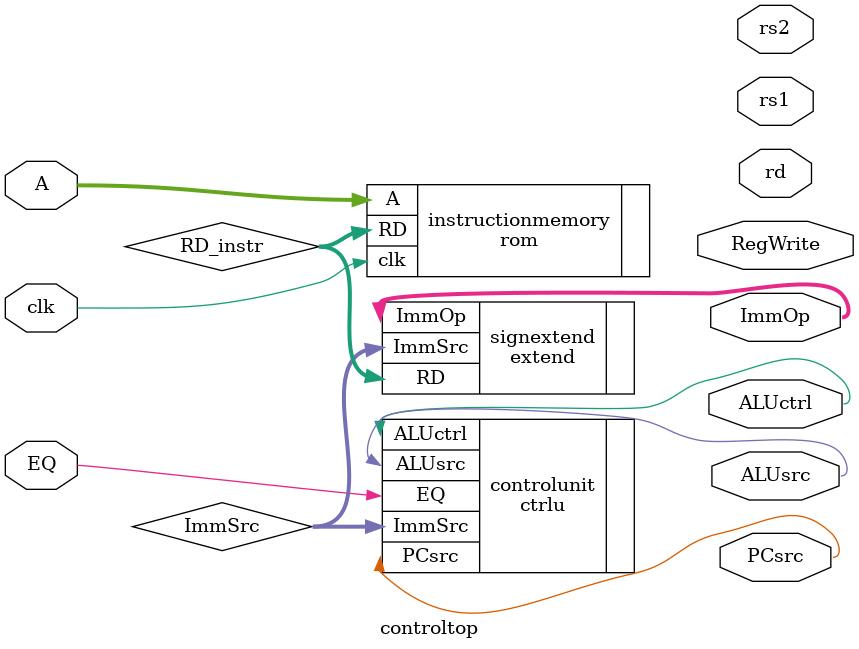
<source format=sv>
module controltop#(
    parameter ADDRESS_WIDTH=5,
              DATA_WIDTH=32
)(
input logic clk,
input [DATA_WIDTH-1:0] A,
input logic EQ,
output logic RegWrite,
output logic ALUctrl,
output logic ALUsrc,
//output logic ImmSrc,
output logic PCsrc,
output logic [ADDRESS_WIDTH-1:0] rs1,
output logic [ADDRESS_WIDTH-1:0] rs2,
output logic [ADDRESS_WIDTH-1:0] rd,
output logic [DATA_WIDTH-1:0] ImmOp

);
logic [DATA_WIDTH-1:0] RD_instr;
logic [1:0]ImmSrc;

ctrlu controlunit(
.EQ(EQ), //after dot is the internal signal and in the brackets external
.ALUctrl(ALUctrl),
.ALUsrc(ALUsrc),
.ImmSrc(ImmSrc),
.PCsrc(PCsrc)
);

extend signextend(
.ImmSrc(ImmSrc),
.ImmOp(ImmOp),
.RD(RD_instr)
);

rom instructionmemory(
.clk(clk),
.A(A),
.RD(RD_instr)
);


endmodule



</source>
